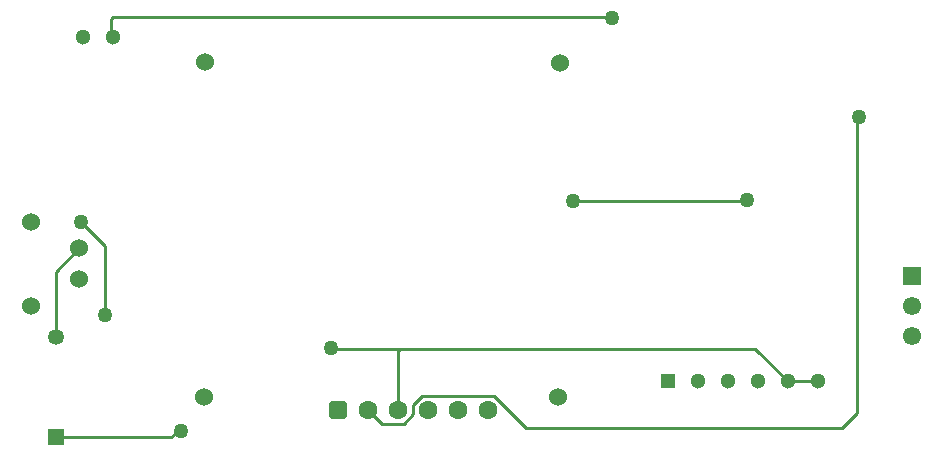
<source format=gbl>
G04*
G04 #@! TF.GenerationSoftware,Altium Limited,Altium Designer,24.10.1 (45)*
G04*
G04 Layer_Physical_Order=2*
G04 Layer_Color=16711680*
%FSLAX44Y44*%
%MOMM*%
G71*
G04*
G04 #@! TF.SameCoordinates,565968F8-0361-4AAA-87F1-21D5076EFA40*
G04*
G04*
G04 #@! TF.FilePolarity,Positive*
G04*
G01*
G75*
%ADD12C,0.2540*%
%ADD23R,1.3000X1.3000*%
%ADD24C,1.3000*%
%ADD25R,1.3500X1.3500*%
%ADD26C,1.3500*%
%ADD32C,1.5240*%
%ADD33R,1.5500X1.5500*%
%ADD34C,1.5500*%
%ADD35C,1.6000*%
G04:AMPARAMS|DCode=36|XSize=1.6mm|YSize=1.6mm|CornerRadius=0.4mm|HoleSize=0mm|Usage=FLASHONLY|Rotation=0.000|XOffset=0mm|YOffset=0mm|HoleType=Round|Shape=RoundedRectangle|*
%AMROUNDEDRECTD36*
21,1,1.6000,0.8000,0,0,0.0*
21,1,0.8000,1.6000,0,0,0.0*
1,1,0.8000,0.4000,-0.4000*
1,1,0.8000,-0.4000,-0.4000*
1,1,0.8000,-0.4000,0.4000*
1,1,0.8000,0.4000,0.4000*
%
%ADD36ROUNDEDRECTD36*%
%ADD37C,1.2700*%
D12*
X278130Y86614D02*
X335280D01*
X277368Y87376D02*
X278130Y86614D01*
X333756Y85090D02*
X335280Y86614D01*
X86106Y115062D02*
Y173736D01*
X65532Y194310D02*
X86106Y173736D01*
X141595Y11756D02*
X147111Y17272D01*
X149860D01*
X43942Y11756D02*
X141595D01*
X90932Y352044D02*
X92710Y350266D01*
X90932Y352044D02*
Y366050D01*
X43942Y96956D02*
Y151892D01*
X63754Y171704D01*
X92420Y367538D02*
X514350D01*
X90932Y366050D02*
X92420Y367538D01*
X514350D02*
X515366Y366522D01*
X628650Y212598D02*
X629158D01*
X627634Y211582D02*
X628650Y212598D01*
X482092Y211582D02*
X627634D01*
X308356Y35052D02*
X320166Y23242D01*
X338648D01*
X346456Y31050D01*
X354264Y46862D02*
X414848D01*
X346456Y39054D02*
X354264Y46862D01*
X346456Y31050D02*
Y39054D01*
X335280Y86614D02*
X636270D01*
X333756Y35052D02*
Y85090D01*
X709822Y19264D02*
X722630Y32072D01*
X414848Y46862D02*
X442446Y19264D01*
X709822D01*
X722630Y32072D02*
Y281346D01*
X724408Y283124D01*
X636270Y86614D02*
X663956Y58928D01*
X689356D01*
D23*
X562356D02*
D03*
D24*
X92710Y350266D02*
D03*
X67310D02*
D03*
X587756Y58928D02*
D03*
X613156D02*
D03*
X638556D02*
D03*
X663956D02*
D03*
X689356D02*
D03*
D25*
X43942Y11756D02*
D03*
D26*
Y96956D02*
D03*
D32*
X23474Y123204D02*
D03*
X63754Y145604D02*
D03*
Y171704D02*
D03*
X23474Y194204D02*
D03*
X469538Y45574D02*
D03*
X169418Y45720D02*
D03*
X470554Y328930D02*
D03*
X170796Y329076D02*
D03*
D33*
X769366Y148082D02*
D03*
D34*
Y122682D02*
D03*
Y97282D02*
D03*
D35*
X359156Y35052D02*
D03*
X308356D02*
D03*
X333756D02*
D03*
X384556D02*
D03*
X409956D02*
D03*
D36*
X282956D02*
D03*
D37*
X277368Y87376D02*
D03*
X65532Y194310D02*
D03*
X86106Y115062D02*
D03*
X149860Y17272D02*
D03*
X629158Y212598D02*
D03*
X482092Y211582D02*
D03*
X515366Y366522D02*
D03*
X724408Y283124D02*
D03*
M02*

</source>
